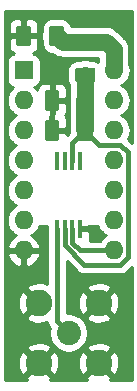
<source format=gbr>
G04 #@! TF.GenerationSoftware,KiCad,Pcbnew,(5.1.4)-1*
G04 #@! TF.CreationDate,2019-08-19T16:22:37-04:00*
G04 #@! TF.ProjectId,clock_buffer,636c6f63-6b5f-4627-9566-6665722e6b69,rev?*
G04 #@! TF.SameCoordinates,Original*
G04 #@! TF.FileFunction,Copper,L1,Top*
G04 #@! TF.FilePolarity,Positive*
%FSLAX46Y46*%
G04 Gerber Fmt 4.6, Leading zero omitted, Abs format (unit mm)*
G04 Created by KiCad (PCBNEW (5.1.4)-1) date 2019-08-19 16:22:37*
%MOMM*%
%LPD*%
G04 APERTURE LIST*
%ADD10R,0.410000X1.570000*%
%ADD11C,0.100000*%
%ADD12C,1.250000*%
%ADD13O,1.600000X1.600000*%
%ADD14R,1.600000X1.600000*%
%ADD15C,2.250000*%
%ADD16C,2.050000*%
%ADD17C,0.800000*%
%ADD18C,1.400000*%
%ADD19C,0.400000*%
%ADD20C,1.500000*%
%ADD21C,0.254000*%
G04 APERTURE END LIST*
D10*
X149139000Y-103556000D03*
X149789000Y-103556000D03*
X150439000Y-103556000D03*
X151089000Y-103556000D03*
X151089000Y-109296000D03*
X150439000Y-109296000D03*
X149789000Y-109296000D03*
X149139000Y-109296000D03*
D11*
G36*
X152160504Y-95648204D02*
G01*
X152184773Y-95651804D01*
X152208571Y-95657765D01*
X152231671Y-95666030D01*
X152253849Y-95676520D01*
X152274893Y-95689133D01*
X152294598Y-95703747D01*
X152312777Y-95720223D01*
X152329253Y-95738402D01*
X152343867Y-95758107D01*
X152356480Y-95779151D01*
X152366970Y-95801329D01*
X152375235Y-95824429D01*
X152381196Y-95848227D01*
X152384796Y-95872496D01*
X152386000Y-95897000D01*
X152386000Y-96647000D01*
X152384796Y-96671504D01*
X152381196Y-96695773D01*
X152375235Y-96719571D01*
X152366970Y-96742671D01*
X152356480Y-96764849D01*
X152343867Y-96785893D01*
X152329253Y-96805598D01*
X152312777Y-96823777D01*
X152294598Y-96840253D01*
X152274893Y-96854867D01*
X152253849Y-96867480D01*
X152231671Y-96877970D01*
X152208571Y-96886235D01*
X152184773Y-96892196D01*
X152160504Y-96895796D01*
X152136000Y-96897000D01*
X150886000Y-96897000D01*
X150861496Y-96895796D01*
X150837227Y-96892196D01*
X150813429Y-96886235D01*
X150790329Y-96877970D01*
X150768151Y-96867480D01*
X150747107Y-96854867D01*
X150727402Y-96840253D01*
X150709223Y-96823777D01*
X150692747Y-96805598D01*
X150678133Y-96785893D01*
X150665520Y-96764849D01*
X150655030Y-96742671D01*
X150646765Y-96719571D01*
X150640804Y-96695773D01*
X150637204Y-96671504D01*
X150636000Y-96647000D01*
X150636000Y-95897000D01*
X150637204Y-95872496D01*
X150640804Y-95848227D01*
X150646765Y-95824429D01*
X150655030Y-95801329D01*
X150665520Y-95779151D01*
X150678133Y-95758107D01*
X150692747Y-95738402D01*
X150709223Y-95720223D01*
X150727402Y-95703747D01*
X150747107Y-95689133D01*
X150768151Y-95676520D01*
X150790329Y-95666030D01*
X150813429Y-95657765D01*
X150837227Y-95651804D01*
X150861496Y-95648204D01*
X150886000Y-95647000D01*
X152136000Y-95647000D01*
X152160504Y-95648204D01*
X152160504Y-95648204D01*
G37*
D12*
X151511000Y-96272000D03*
D11*
G36*
X152160504Y-92848204D02*
G01*
X152184773Y-92851804D01*
X152208571Y-92857765D01*
X152231671Y-92866030D01*
X152253849Y-92876520D01*
X152274893Y-92889133D01*
X152294598Y-92903747D01*
X152312777Y-92920223D01*
X152329253Y-92938402D01*
X152343867Y-92958107D01*
X152356480Y-92979151D01*
X152366970Y-93001329D01*
X152375235Y-93024429D01*
X152381196Y-93048227D01*
X152384796Y-93072496D01*
X152386000Y-93097000D01*
X152386000Y-93847000D01*
X152384796Y-93871504D01*
X152381196Y-93895773D01*
X152375235Y-93919571D01*
X152366970Y-93942671D01*
X152356480Y-93964849D01*
X152343867Y-93985893D01*
X152329253Y-94005598D01*
X152312777Y-94023777D01*
X152294598Y-94040253D01*
X152274893Y-94054867D01*
X152253849Y-94067480D01*
X152231671Y-94077970D01*
X152208571Y-94086235D01*
X152184773Y-94092196D01*
X152160504Y-94095796D01*
X152136000Y-94097000D01*
X150886000Y-94097000D01*
X150861496Y-94095796D01*
X150837227Y-94092196D01*
X150813429Y-94086235D01*
X150790329Y-94077970D01*
X150768151Y-94067480D01*
X150747107Y-94054867D01*
X150727402Y-94040253D01*
X150709223Y-94023777D01*
X150692747Y-94005598D01*
X150678133Y-93985893D01*
X150665520Y-93964849D01*
X150655030Y-93942671D01*
X150646765Y-93919571D01*
X150640804Y-93895773D01*
X150637204Y-93871504D01*
X150636000Y-93847000D01*
X150636000Y-93097000D01*
X150637204Y-93072496D01*
X150640804Y-93048227D01*
X150646765Y-93024429D01*
X150655030Y-93001329D01*
X150665520Y-92979151D01*
X150678133Y-92958107D01*
X150692747Y-92938402D01*
X150709223Y-92920223D01*
X150727402Y-92903747D01*
X150747107Y-92889133D01*
X150768151Y-92876520D01*
X150790329Y-92866030D01*
X150813429Y-92857765D01*
X150837227Y-92851804D01*
X150861496Y-92848204D01*
X150886000Y-92847000D01*
X152136000Y-92847000D01*
X152160504Y-92848204D01*
X152160504Y-92848204D01*
G37*
D12*
X151511000Y-93472000D03*
D13*
X153924000Y-95885000D03*
X146304000Y-111125000D03*
X153924000Y-98425000D03*
X146304000Y-108585000D03*
X153924000Y-100965000D03*
X146304000Y-106045000D03*
X153924000Y-103505000D03*
X146304000Y-103505000D03*
X153924000Y-106045000D03*
X146304000Y-100965000D03*
X153924000Y-108585000D03*
X146304000Y-98425000D03*
X153924000Y-111125000D03*
D14*
X146304000Y-95885000D03*
D15*
X147574000Y-120650000D03*
X147574000Y-115570000D03*
X152654000Y-115570000D03*
X152654000Y-120650000D03*
D16*
X150114000Y-118110000D03*
D11*
G36*
X149110504Y-100091204D02*
G01*
X149134773Y-100094804D01*
X149158571Y-100100765D01*
X149181671Y-100109030D01*
X149203849Y-100119520D01*
X149224893Y-100132133D01*
X149244598Y-100146747D01*
X149262777Y-100163223D01*
X149279253Y-100181402D01*
X149293867Y-100201107D01*
X149306480Y-100222151D01*
X149316970Y-100244329D01*
X149325235Y-100267429D01*
X149331196Y-100291227D01*
X149334796Y-100315496D01*
X149336000Y-100340000D01*
X149336000Y-101590000D01*
X149334796Y-101614504D01*
X149331196Y-101638773D01*
X149325235Y-101662571D01*
X149316970Y-101685671D01*
X149306480Y-101707849D01*
X149293867Y-101728893D01*
X149279253Y-101748598D01*
X149262777Y-101766777D01*
X149244598Y-101783253D01*
X149224893Y-101797867D01*
X149203849Y-101810480D01*
X149181671Y-101820970D01*
X149158571Y-101829235D01*
X149134773Y-101835196D01*
X149110504Y-101838796D01*
X149086000Y-101840000D01*
X148336000Y-101840000D01*
X148311496Y-101838796D01*
X148287227Y-101835196D01*
X148263429Y-101829235D01*
X148240329Y-101820970D01*
X148218151Y-101810480D01*
X148197107Y-101797867D01*
X148177402Y-101783253D01*
X148159223Y-101766777D01*
X148142747Y-101748598D01*
X148128133Y-101728893D01*
X148115520Y-101707849D01*
X148105030Y-101685671D01*
X148096765Y-101662571D01*
X148090804Y-101638773D01*
X148087204Y-101614504D01*
X148086000Y-101590000D01*
X148086000Y-100340000D01*
X148087204Y-100315496D01*
X148090804Y-100291227D01*
X148096765Y-100267429D01*
X148105030Y-100244329D01*
X148115520Y-100222151D01*
X148128133Y-100201107D01*
X148142747Y-100181402D01*
X148159223Y-100163223D01*
X148177402Y-100146747D01*
X148197107Y-100132133D01*
X148218151Y-100119520D01*
X148240329Y-100109030D01*
X148263429Y-100100765D01*
X148287227Y-100094804D01*
X148311496Y-100091204D01*
X148336000Y-100090000D01*
X149086000Y-100090000D01*
X149110504Y-100091204D01*
X149110504Y-100091204D01*
G37*
D12*
X148711000Y-100965000D03*
D11*
G36*
X151910504Y-100091204D02*
G01*
X151934773Y-100094804D01*
X151958571Y-100100765D01*
X151981671Y-100109030D01*
X152003849Y-100119520D01*
X152024893Y-100132133D01*
X152044598Y-100146747D01*
X152062777Y-100163223D01*
X152079253Y-100181402D01*
X152093867Y-100201107D01*
X152106480Y-100222151D01*
X152116970Y-100244329D01*
X152125235Y-100267429D01*
X152131196Y-100291227D01*
X152134796Y-100315496D01*
X152136000Y-100340000D01*
X152136000Y-101590000D01*
X152134796Y-101614504D01*
X152131196Y-101638773D01*
X152125235Y-101662571D01*
X152116970Y-101685671D01*
X152106480Y-101707849D01*
X152093867Y-101728893D01*
X152079253Y-101748598D01*
X152062777Y-101766777D01*
X152044598Y-101783253D01*
X152024893Y-101797867D01*
X152003849Y-101810480D01*
X151981671Y-101820970D01*
X151958571Y-101829235D01*
X151934773Y-101835196D01*
X151910504Y-101838796D01*
X151886000Y-101840000D01*
X151136000Y-101840000D01*
X151111496Y-101838796D01*
X151087227Y-101835196D01*
X151063429Y-101829235D01*
X151040329Y-101820970D01*
X151018151Y-101810480D01*
X150997107Y-101797867D01*
X150977402Y-101783253D01*
X150959223Y-101766777D01*
X150942747Y-101748598D01*
X150928133Y-101728893D01*
X150915520Y-101707849D01*
X150905030Y-101685671D01*
X150896765Y-101662571D01*
X150890804Y-101638773D01*
X150887204Y-101614504D01*
X150886000Y-101590000D01*
X150886000Y-100340000D01*
X150887204Y-100315496D01*
X150890804Y-100291227D01*
X150896765Y-100267429D01*
X150905030Y-100244329D01*
X150915520Y-100222151D01*
X150928133Y-100201107D01*
X150942747Y-100181402D01*
X150959223Y-100163223D01*
X150977402Y-100146747D01*
X150997107Y-100132133D01*
X151018151Y-100119520D01*
X151040329Y-100109030D01*
X151063429Y-100100765D01*
X151087227Y-100094804D01*
X151111496Y-100091204D01*
X151136000Y-100090000D01*
X151886000Y-100090000D01*
X151910504Y-100091204D01*
X151910504Y-100091204D01*
G37*
D12*
X151511000Y-100965000D03*
D11*
G36*
X149116504Y-97551204D02*
G01*
X149140773Y-97554804D01*
X149164571Y-97560765D01*
X149187671Y-97569030D01*
X149209849Y-97579520D01*
X149230893Y-97592133D01*
X149250598Y-97606747D01*
X149268777Y-97623223D01*
X149285253Y-97641402D01*
X149299867Y-97661107D01*
X149312480Y-97682151D01*
X149322970Y-97704329D01*
X149331235Y-97727429D01*
X149337196Y-97751227D01*
X149340796Y-97775496D01*
X149342000Y-97800000D01*
X149342000Y-99050000D01*
X149340796Y-99074504D01*
X149337196Y-99098773D01*
X149331235Y-99122571D01*
X149322970Y-99145671D01*
X149312480Y-99167849D01*
X149299867Y-99188893D01*
X149285253Y-99208598D01*
X149268777Y-99226777D01*
X149250598Y-99243253D01*
X149230893Y-99257867D01*
X149209849Y-99270480D01*
X149187671Y-99280970D01*
X149164571Y-99289235D01*
X149140773Y-99295196D01*
X149116504Y-99298796D01*
X149092000Y-99300000D01*
X148342000Y-99300000D01*
X148317496Y-99298796D01*
X148293227Y-99295196D01*
X148269429Y-99289235D01*
X148246329Y-99280970D01*
X148224151Y-99270480D01*
X148203107Y-99257867D01*
X148183402Y-99243253D01*
X148165223Y-99226777D01*
X148148747Y-99208598D01*
X148134133Y-99188893D01*
X148121520Y-99167849D01*
X148111030Y-99145671D01*
X148102765Y-99122571D01*
X148096804Y-99098773D01*
X148093204Y-99074504D01*
X148092000Y-99050000D01*
X148092000Y-97800000D01*
X148093204Y-97775496D01*
X148096804Y-97751227D01*
X148102765Y-97727429D01*
X148111030Y-97704329D01*
X148121520Y-97682151D01*
X148134133Y-97661107D01*
X148148747Y-97641402D01*
X148165223Y-97623223D01*
X148183402Y-97606747D01*
X148203107Y-97592133D01*
X148224151Y-97579520D01*
X148246329Y-97569030D01*
X148269429Y-97560765D01*
X148293227Y-97554804D01*
X148317496Y-97551204D01*
X148342000Y-97550000D01*
X149092000Y-97550000D01*
X149116504Y-97551204D01*
X149116504Y-97551204D01*
G37*
D12*
X148717000Y-98425000D03*
D11*
G36*
X151916504Y-97551204D02*
G01*
X151940773Y-97554804D01*
X151964571Y-97560765D01*
X151987671Y-97569030D01*
X152009849Y-97579520D01*
X152030893Y-97592133D01*
X152050598Y-97606747D01*
X152068777Y-97623223D01*
X152085253Y-97641402D01*
X152099867Y-97661107D01*
X152112480Y-97682151D01*
X152122970Y-97704329D01*
X152131235Y-97727429D01*
X152137196Y-97751227D01*
X152140796Y-97775496D01*
X152142000Y-97800000D01*
X152142000Y-99050000D01*
X152140796Y-99074504D01*
X152137196Y-99098773D01*
X152131235Y-99122571D01*
X152122970Y-99145671D01*
X152112480Y-99167849D01*
X152099867Y-99188893D01*
X152085253Y-99208598D01*
X152068777Y-99226777D01*
X152050598Y-99243253D01*
X152030893Y-99257867D01*
X152009849Y-99270480D01*
X151987671Y-99280970D01*
X151964571Y-99289235D01*
X151940773Y-99295196D01*
X151916504Y-99298796D01*
X151892000Y-99300000D01*
X151142000Y-99300000D01*
X151117496Y-99298796D01*
X151093227Y-99295196D01*
X151069429Y-99289235D01*
X151046329Y-99280970D01*
X151024151Y-99270480D01*
X151003107Y-99257867D01*
X150983402Y-99243253D01*
X150965223Y-99226777D01*
X150948747Y-99208598D01*
X150934133Y-99188893D01*
X150921520Y-99167849D01*
X150911030Y-99145671D01*
X150902765Y-99122571D01*
X150896804Y-99098773D01*
X150893204Y-99074504D01*
X150892000Y-99050000D01*
X150892000Y-97800000D01*
X150893204Y-97775496D01*
X150896804Y-97751227D01*
X150902765Y-97727429D01*
X150911030Y-97704329D01*
X150921520Y-97682151D01*
X150934133Y-97661107D01*
X150948747Y-97641402D01*
X150965223Y-97623223D01*
X150983402Y-97606747D01*
X151003107Y-97592133D01*
X151024151Y-97579520D01*
X151046329Y-97569030D01*
X151069429Y-97560765D01*
X151093227Y-97554804D01*
X151117496Y-97551204D01*
X151142000Y-97550000D01*
X151892000Y-97550000D01*
X151916504Y-97551204D01*
X151916504Y-97551204D01*
G37*
D12*
X151517000Y-98425000D03*
D11*
G36*
X146703504Y-92090204D02*
G01*
X146727773Y-92093804D01*
X146751571Y-92099765D01*
X146774671Y-92108030D01*
X146796849Y-92118520D01*
X146817893Y-92131133D01*
X146837598Y-92145747D01*
X146855777Y-92162223D01*
X146872253Y-92180402D01*
X146886867Y-92200107D01*
X146899480Y-92221151D01*
X146909970Y-92243329D01*
X146918235Y-92266429D01*
X146924196Y-92290227D01*
X146927796Y-92314496D01*
X146929000Y-92339000D01*
X146929000Y-93589000D01*
X146927796Y-93613504D01*
X146924196Y-93637773D01*
X146918235Y-93661571D01*
X146909970Y-93684671D01*
X146899480Y-93706849D01*
X146886867Y-93727893D01*
X146872253Y-93747598D01*
X146855777Y-93765777D01*
X146837598Y-93782253D01*
X146817893Y-93796867D01*
X146796849Y-93809480D01*
X146774671Y-93819970D01*
X146751571Y-93828235D01*
X146727773Y-93834196D01*
X146703504Y-93837796D01*
X146679000Y-93839000D01*
X145929000Y-93839000D01*
X145904496Y-93837796D01*
X145880227Y-93834196D01*
X145856429Y-93828235D01*
X145833329Y-93819970D01*
X145811151Y-93809480D01*
X145790107Y-93796867D01*
X145770402Y-93782253D01*
X145752223Y-93765777D01*
X145735747Y-93747598D01*
X145721133Y-93727893D01*
X145708520Y-93706849D01*
X145698030Y-93684671D01*
X145689765Y-93661571D01*
X145683804Y-93637773D01*
X145680204Y-93613504D01*
X145679000Y-93589000D01*
X145679000Y-92339000D01*
X145680204Y-92314496D01*
X145683804Y-92290227D01*
X145689765Y-92266429D01*
X145698030Y-92243329D01*
X145708520Y-92221151D01*
X145721133Y-92200107D01*
X145735747Y-92180402D01*
X145752223Y-92162223D01*
X145770402Y-92145747D01*
X145790107Y-92131133D01*
X145811151Y-92118520D01*
X145833329Y-92108030D01*
X145856429Y-92099765D01*
X145880227Y-92093804D01*
X145904496Y-92090204D01*
X145929000Y-92089000D01*
X146679000Y-92089000D01*
X146703504Y-92090204D01*
X146703504Y-92090204D01*
G37*
D12*
X146304000Y-92964000D03*
D11*
G36*
X149503504Y-92090204D02*
G01*
X149527773Y-92093804D01*
X149551571Y-92099765D01*
X149574671Y-92108030D01*
X149596849Y-92118520D01*
X149617893Y-92131133D01*
X149637598Y-92145747D01*
X149655777Y-92162223D01*
X149672253Y-92180402D01*
X149686867Y-92200107D01*
X149699480Y-92221151D01*
X149709970Y-92243329D01*
X149718235Y-92266429D01*
X149724196Y-92290227D01*
X149727796Y-92314496D01*
X149729000Y-92339000D01*
X149729000Y-93589000D01*
X149727796Y-93613504D01*
X149724196Y-93637773D01*
X149718235Y-93661571D01*
X149709970Y-93684671D01*
X149699480Y-93706849D01*
X149686867Y-93727893D01*
X149672253Y-93747598D01*
X149655777Y-93765777D01*
X149637598Y-93782253D01*
X149617893Y-93796867D01*
X149596849Y-93809480D01*
X149574671Y-93819970D01*
X149551571Y-93828235D01*
X149527773Y-93834196D01*
X149503504Y-93837796D01*
X149479000Y-93839000D01*
X148729000Y-93839000D01*
X148704496Y-93837796D01*
X148680227Y-93834196D01*
X148656429Y-93828235D01*
X148633329Y-93819970D01*
X148611151Y-93809480D01*
X148590107Y-93796867D01*
X148570402Y-93782253D01*
X148552223Y-93765777D01*
X148535747Y-93747598D01*
X148521133Y-93727893D01*
X148508520Y-93706849D01*
X148498030Y-93684671D01*
X148489765Y-93661571D01*
X148483804Y-93637773D01*
X148480204Y-93613504D01*
X148479000Y-93589000D01*
X148479000Y-92339000D01*
X148480204Y-92314496D01*
X148483804Y-92290227D01*
X148489765Y-92266429D01*
X148498030Y-92243329D01*
X148508520Y-92221151D01*
X148521133Y-92200107D01*
X148535747Y-92180402D01*
X148552223Y-92162223D01*
X148570402Y-92145747D01*
X148590107Y-92131133D01*
X148611151Y-92118520D01*
X148633329Y-92108030D01*
X148656429Y-92099765D01*
X148680227Y-92093804D01*
X148704496Y-92090204D01*
X148729000Y-92089000D01*
X149479000Y-92089000D01*
X149503504Y-92090204D01*
X149503504Y-92090204D01*
G37*
D12*
X149104000Y-92964000D03*
D17*
X152400000Y-109728000D03*
D18*
X149612000Y-93472000D02*
X149104000Y-92964000D01*
X151511000Y-93472000D02*
X149612000Y-93472000D01*
X151511000Y-93472000D02*
X153289000Y-93472000D01*
X153924000Y-94107000D02*
X153924000Y-95885000D01*
X153289000Y-93472000D02*
X153924000Y-94107000D01*
D19*
X150439000Y-102037000D02*
X151511000Y-100965000D01*
X150439000Y-103556000D02*
X150439000Y-102037000D01*
D20*
X151511000Y-98431000D02*
X151517000Y-98425000D01*
X151511000Y-100965000D02*
X151511000Y-98431000D01*
D18*
X151517000Y-96278000D02*
X151511000Y-96272000D01*
X151517000Y-98425000D02*
X151517000Y-96278000D01*
D19*
X152206710Y-101660710D02*
X151511000Y-100965000D01*
X152711001Y-102165001D02*
X152206710Y-101660710D01*
X154500001Y-102165001D02*
X152711001Y-102165001D01*
X155124001Y-102789001D02*
X154500001Y-102165001D01*
X155124001Y-111701001D02*
X155124001Y-102789001D01*
X154500001Y-112325001D02*
X155124001Y-111701001D01*
X151434459Y-112325001D02*
X154500001Y-112325001D01*
X149789000Y-110679542D02*
X151434459Y-112325001D01*
X149789000Y-109296000D02*
X149789000Y-110679542D01*
X149139000Y-117135000D02*
X150114000Y-118110000D01*
X149139000Y-109296000D02*
X149139000Y-117135000D01*
X152792630Y-111125000D02*
X153924000Y-111125000D01*
X151083000Y-111125000D02*
X152792630Y-111125000D01*
X150439000Y-110481000D02*
X151083000Y-111125000D01*
X150439000Y-109296000D02*
X150439000Y-110481000D01*
D21*
G36*
X155515000Y-101999133D02*
G01*
X155178329Y-101662461D01*
X155256182Y-101516808D01*
X155338236Y-101246309D01*
X155365943Y-100965000D01*
X155338236Y-100683691D01*
X155256182Y-100413192D01*
X155122932Y-100163899D01*
X154943608Y-99945392D01*
X154725101Y-99766068D01*
X154592142Y-99695000D01*
X154725101Y-99623932D01*
X154943608Y-99444608D01*
X155122932Y-99226101D01*
X155256182Y-98976808D01*
X155338236Y-98706309D01*
X155365943Y-98425000D01*
X155338236Y-98143691D01*
X155256182Y-97873192D01*
X155122932Y-97623899D01*
X154943608Y-97405392D01*
X154725101Y-97226068D01*
X154592142Y-97155000D01*
X154725101Y-97083932D01*
X154943608Y-96904608D01*
X155122932Y-96686101D01*
X155256182Y-96436808D01*
X155338236Y-96166309D01*
X155365943Y-95885000D01*
X155338236Y-95603691D01*
X155259000Y-95342482D01*
X155259000Y-94172579D01*
X155265459Y-94107000D01*
X155247913Y-93928850D01*
X155239683Y-93845294D01*
X155198422Y-93709274D01*
X155163347Y-93593645D01*
X155101187Y-93477354D01*
X155039382Y-93361725D01*
X154872555Y-93158445D01*
X154821609Y-93116635D01*
X154279366Y-92574392D01*
X154237555Y-92523445D01*
X154034275Y-92356618D01*
X153802354Y-92232653D01*
X153550706Y-92156317D01*
X153354579Y-92137000D01*
X153289000Y-92130541D01*
X153223421Y-92137000D01*
X150341288Y-92137000D01*
X150299472Y-91999150D01*
X150217405Y-91845614D01*
X150106962Y-91711038D01*
X149972386Y-91600595D01*
X149818850Y-91518528D01*
X149652254Y-91467992D01*
X149479000Y-91450928D01*
X148729000Y-91450928D01*
X148555746Y-91467992D01*
X148389150Y-91518528D01*
X148235614Y-91600595D01*
X148101038Y-91711038D01*
X147990595Y-91845614D01*
X147908528Y-91999150D01*
X147857992Y-92165746D01*
X147840928Y-92339000D01*
X147840928Y-92528860D01*
X147788317Y-92702295D01*
X147762541Y-92964000D01*
X147788317Y-93225705D01*
X147840928Y-93399140D01*
X147840928Y-93589000D01*
X147857992Y-93762254D01*
X147908528Y-93928850D01*
X147990595Y-94082386D01*
X148101038Y-94216962D01*
X148235614Y-94327405D01*
X148389150Y-94409472D01*
X148555746Y-94460008D01*
X148729000Y-94477072D01*
X148732311Y-94477072D01*
X148866725Y-94587382D01*
X149098646Y-94711347D01*
X149350294Y-94787683D01*
X149546421Y-94807000D01*
X149546431Y-94807000D01*
X149611999Y-94813458D01*
X149677567Y-94807000D01*
X152589000Y-94807000D01*
X152589000Y-95137008D01*
X152475850Y-95076528D01*
X152309254Y-95025992D01*
X152136000Y-95008928D01*
X151946140Y-95008928D01*
X151772705Y-94956317D01*
X151511000Y-94930541D01*
X151249295Y-94956317D01*
X151075860Y-95008928D01*
X150886000Y-95008928D01*
X150712746Y-95025992D01*
X150546150Y-95076528D01*
X150392614Y-95158595D01*
X150258038Y-95269038D01*
X150147595Y-95403614D01*
X150065528Y-95557150D01*
X150014992Y-95723746D01*
X149997928Y-95897000D01*
X149997928Y-96647000D01*
X150014992Y-96820254D01*
X150065528Y-96986850D01*
X150147595Y-97140386D01*
X150182001Y-97182310D01*
X150182000Y-98040949D01*
X150146040Y-98159493D01*
X150119300Y-98431000D01*
X150126001Y-98499039D01*
X150126000Y-101033036D01*
X150138202Y-101156930D01*
X149971381Y-101323752D01*
X149971000Y-101250750D01*
X149812250Y-101092000D01*
X148838000Y-101092000D01*
X148838000Y-101112000D01*
X148584000Y-101112000D01*
X148584000Y-101092000D01*
X148564000Y-101092000D01*
X148564000Y-100838000D01*
X148584000Y-100838000D01*
X148584000Y-99782250D01*
X148590000Y-99776250D01*
X148590000Y-99613750D01*
X148838000Y-99613750D01*
X148838000Y-100838000D01*
X149812250Y-100838000D01*
X149971000Y-100679250D01*
X149974072Y-100090000D01*
X149961812Y-99965518D01*
X149925502Y-99845820D01*
X149866537Y-99735506D01*
X149836295Y-99698656D01*
X149872537Y-99654494D01*
X149931502Y-99544180D01*
X149967812Y-99424482D01*
X149980072Y-99300000D01*
X149977000Y-98710750D01*
X149818250Y-98552000D01*
X148844000Y-98552000D01*
X148844000Y-99607750D01*
X148838000Y-99613750D01*
X148590000Y-99613750D01*
X148590000Y-98552000D01*
X148570000Y-98552000D01*
X148570000Y-98298000D01*
X148590000Y-98298000D01*
X148590000Y-97073750D01*
X148844000Y-97073750D01*
X148844000Y-98298000D01*
X149818250Y-98298000D01*
X149977000Y-98139250D01*
X149980072Y-97550000D01*
X149967812Y-97425518D01*
X149931502Y-97305820D01*
X149872537Y-97195506D01*
X149793185Y-97098815D01*
X149696494Y-97019463D01*
X149586180Y-96960498D01*
X149466482Y-96924188D01*
X149342000Y-96911928D01*
X149002750Y-96915000D01*
X148844000Y-97073750D01*
X148590000Y-97073750D01*
X148431250Y-96915000D01*
X148092000Y-96911928D01*
X147967518Y-96924188D01*
X147847820Y-96960498D01*
X147737506Y-97019463D01*
X147640815Y-97098815D01*
X147561463Y-97195506D01*
X147502498Y-97305820D01*
X147466188Y-97425518D01*
X147453928Y-97550000D01*
X147454002Y-97564278D01*
X147323608Y-97405392D01*
X147210518Y-97312581D01*
X147228482Y-97310812D01*
X147348180Y-97274502D01*
X147458494Y-97215537D01*
X147555185Y-97136185D01*
X147634537Y-97039494D01*
X147693502Y-96929180D01*
X147729812Y-96809482D01*
X147742072Y-96685000D01*
X147742072Y-95085000D01*
X147729812Y-94960518D01*
X147693502Y-94840820D01*
X147634537Y-94730506D01*
X147555185Y-94633815D01*
X147458494Y-94554463D01*
X147348180Y-94495498D01*
X147228482Y-94459188D01*
X147110370Y-94447555D01*
X147173180Y-94428502D01*
X147283494Y-94369537D01*
X147380185Y-94290185D01*
X147459537Y-94193494D01*
X147518502Y-94083180D01*
X147554812Y-93963482D01*
X147567072Y-93839000D01*
X147564000Y-93249750D01*
X147405250Y-93091000D01*
X146431000Y-93091000D01*
X146431000Y-93111000D01*
X146177000Y-93111000D01*
X146177000Y-93091000D01*
X145202750Y-93091000D01*
X145044000Y-93249750D01*
X145040928Y-93839000D01*
X145053188Y-93963482D01*
X145089498Y-94083180D01*
X145148463Y-94193494D01*
X145227815Y-94290185D01*
X145324506Y-94369537D01*
X145434820Y-94428502D01*
X145497630Y-94447555D01*
X145379518Y-94459188D01*
X145259820Y-94495498D01*
X145149506Y-94554463D01*
X145052815Y-94633815D01*
X144973463Y-94730506D01*
X144914498Y-94840820D01*
X144878188Y-94960518D01*
X144865928Y-95085000D01*
X144865928Y-96685000D01*
X144878188Y-96809482D01*
X144914498Y-96929180D01*
X144973463Y-97039494D01*
X145052815Y-97136185D01*
X145149506Y-97215537D01*
X145259820Y-97274502D01*
X145379518Y-97310812D01*
X145397482Y-97312581D01*
X145284392Y-97405392D01*
X145105068Y-97623899D01*
X144971818Y-97873192D01*
X144889764Y-98143691D01*
X144862057Y-98425000D01*
X144889764Y-98706309D01*
X144971818Y-98976808D01*
X145105068Y-99226101D01*
X145284392Y-99444608D01*
X145502899Y-99623932D01*
X145635858Y-99695000D01*
X145502899Y-99766068D01*
X145284392Y-99945392D01*
X145105068Y-100163899D01*
X144971818Y-100413192D01*
X144889764Y-100683691D01*
X144862057Y-100965000D01*
X144889764Y-101246309D01*
X144971818Y-101516808D01*
X145105068Y-101766101D01*
X145284392Y-101984608D01*
X145502899Y-102163932D01*
X145635858Y-102235000D01*
X145502899Y-102306068D01*
X145284392Y-102485392D01*
X145105068Y-102703899D01*
X144971818Y-102953192D01*
X144889764Y-103223691D01*
X144862057Y-103505000D01*
X144889764Y-103786309D01*
X144971818Y-104056808D01*
X145105068Y-104306101D01*
X145284392Y-104524608D01*
X145502899Y-104703932D01*
X145635858Y-104775000D01*
X145502899Y-104846068D01*
X145284392Y-105025392D01*
X145105068Y-105243899D01*
X144971818Y-105493192D01*
X144889764Y-105763691D01*
X144862057Y-106045000D01*
X144889764Y-106326309D01*
X144971818Y-106596808D01*
X145105068Y-106846101D01*
X145284392Y-107064608D01*
X145502899Y-107243932D01*
X145635858Y-107315000D01*
X145502899Y-107386068D01*
X145284392Y-107565392D01*
X145105068Y-107783899D01*
X144971818Y-108033192D01*
X144889764Y-108303691D01*
X144862057Y-108585000D01*
X144889764Y-108866309D01*
X144971818Y-109136808D01*
X145105068Y-109386101D01*
X145284392Y-109604608D01*
X145502899Y-109783932D01*
X145640682Y-109857579D01*
X145448869Y-109972615D01*
X145240481Y-110161586D01*
X145072963Y-110387580D01*
X144952754Y-110641913D01*
X144912096Y-110775961D01*
X145034085Y-110998000D01*
X146177000Y-110998000D01*
X146177000Y-110978000D01*
X146431000Y-110978000D01*
X146431000Y-110998000D01*
X147573915Y-110998000D01*
X147695904Y-110775961D01*
X147655246Y-110641913D01*
X147535037Y-110387580D01*
X147367519Y-110161586D01*
X147159131Y-109972615D01*
X146967318Y-109857579D01*
X147105101Y-109783932D01*
X147323608Y-109604608D01*
X147502932Y-109386101D01*
X147636182Y-109136808D01*
X147649471Y-109093000D01*
X148295928Y-109093000D01*
X148295928Y-110081000D01*
X148304000Y-110162960D01*
X148304001Y-113967615D01*
X148197160Y-113914911D01*
X147862295Y-113825140D01*
X147516350Y-113802424D01*
X147172620Y-113847634D01*
X146844315Y-113959034D01*
X146639921Y-114068286D01*
X146529074Y-114345469D01*
X147574000Y-115390395D01*
X147588143Y-115376253D01*
X147767748Y-115555858D01*
X147753605Y-115570000D01*
X147767748Y-115584143D01*
X147588143Y-115763748D01*
X147574000Y-115749605D01*
X146529074Y-116794531D01*
X146639921Y-117071714D01*
X146950840Y-117225089D01*
X147285705Y-117314860D01*
X147631650Y-117337576D01*
X147975380Y-117292366D01*
X148303685Y-117180966D01*
X148304447Y-117180559D01*
X148316082Y-117298688D01*
X148363828Y-117456086D01*
X148363829Y-117456087D01*
X148441365Y-117601146D01*
X148506829Y-117680915D01*
X148454000Y-117946504D01*
X148454000Y-118273496D01*
X148517793Y-118594204D01*
X148642927Y-118896305D01*
X148824594Y-119168188D01*
X149055812Y-119399406D01*
X149327695Y-119581073D01*
X149629796Y-119706207D01*
X149950504Y-119770000D01*
X150277496Y-119770000D01*
X150598204Y-119706207D01*
X150900305Y-119581073D01*
X151133182Y-119425469D01*
X151609074Y-119425469D01*
X152654000Y-120470395D01*
X153698926Y-119425469D01*
X153588079Y-119148286D01*
X153277160Y-118994911D01*
X152942295Y-118905140D01*
X152596350Y-118882424D01*
X152252620Y-118927634D01*
X151924315Y-119039034D01*
X151719921Y-119148286D01*
X151609074Y-119425469D01*
X151133182Y-119425469D01*
X151172188Y-119399406D01*
X151403406Y-119168188D01*
X151585073Y-118896305D01*
X151710207Y-118594204D01*
X151774000Y-118273496D01*
X151774000Y-117946504D01*
X151710207Y-117625796D01*
X151585073Y-117323695D01*
X151403406Y-117051812D01*
X151172188Y-116820594D01*
X151133183Y-116794531D01*
X151609074Y-116794531D01*
X151719921Y-117071714D01*
X152030840Y-117225089D01*
X152365705Y-117314860D01*
X152711650Y-117337576D01*
X153055380Y-117292366D01*
X153383685Y-117180966D01*
X153588079Y-117071714D01*
X153698926Y-116794531D01*
X152654000Y-115749605D01*
X151609074Y-116794531D01*
X151133183Y-116794531D01*
X150900305Y-116638927D01*
X150598204Y-116513793D01*
X150277496Y-116450000D01*
X149974000Y-116450000D01*
X149974000Y-115627650D01*
X150886424Y-115627650D01*
X150931634Y-115971380D01*
X151043034Y-116299685D01*
X151152286Y-116504079D01*
X151429469Y-116614926D01*
X152474395Y-115570000D01*
X152833605Y-115570000D01*
X153878531Y-116614926D01*
X154155714Y-116504079D01*
X154309089Y-116193160D01*
X154398860Y-115858295D01*
X154421576Y-115512350D01*
X154376366Y-115168620D01*
X154264966Y-114840315D01*
X154155714Y-114635921D01*
X153878531Y-114525074D01*
X152833605Y-115570000D01*
X152474395Y-115570000D01*
X151429469Y-114525074D01*
X151152286Y-114635921D01*
X150998911Y-114946840D01*
X150909140Y-115281705D01*
X150886424Y-115627650D01*
X149974000Y-115627650D01*
X149974000Y-114345469D01*
X151609074Y-114345469D01*
X152654000Y-115390395D01*
X153698926Y-114345469D01*
X153588079Y-114068286D01*
X153277160Y-113914911D01*
X152942295Y-113825140D01*
X152596350Y-113802424D01*
X152252620Y-113847634D01*
X151924315Y-113959034D01*
X151719921Y-114068286D01*
X151609074Y-114345469D01*
X149974000Y-114345469D01*
X149974000Y-112045409D01*
X150815018Y-112886427D01*
X150841168Y-112918292D01*
X150968313Y-113022637D01*
X151113372Y-113100173D01*
X151270770Y-113147919D01*
X151393440Y-113160001D01*
X151393450Y-113160001D01*
X151434458Y-113164040D01*
X151475466Y-113160001D01*
X154458983Y-113160001D01*
X154500001Y-113164041D01*
X154541019Y-113160001D01*
X154541020Y-113160001D01*
X154663690Y-113147919D01*
X154821088Y-113100173D01*
X154966147Y-113022637D01*
X155093292Y-112918292D01*
X155119447Y-112886423D01*
X155515001Y-112490869D01*
X155515001Y-122114000D01*
X153603161Y-122114000D01*
X153698926Y-121874531D01*
X152654000Y-120829605D01*
X151609074Y-121874531D01*
X151704839Y-122114000D01*
X148523161Y-122114000D01*
X148618926Y-121874531D01*
X147574000Y-120829605D01*
X146529074Y-121874531D01*
X146624839Y-122114000D01*
X144713000Y-122114000D01*
X144713000Y-120707650D01*
X145806424Y-120707650D01*
X145851634Y-121051380D01*
X145963034Y-121379685D01*
X146072286Y-121584079D01*
X146349469Y-121694926D01*
X147394395Y-120650000D01*
X147753605Y-120650000D01*
X148798531Y-121694926D01*
X149075714Y-121584079D01*
X149229089Y-121273160D01*
X149318860Y-120938295D01*
X149334004Y-120707650D01*
X150886424Y-120707650D01*
X150931634Y-121051380D01*
X151043034Y-121379685D01*
X151152286Y-121584079D01*
X151429469Y-121694926D01*
X152474395Y-120650000D01*
X152833605Y-120650000D01*
X153878531Y-121694926D01*
X154155714Y-121584079D01*
X154309089Y-121273160D01*
X154398860Y-120938295D01*
X154421576Y-120592350D01*
X154376366Y-120248620D01*
X154264966Y-119920315D01*
X154155714Y-119715921D01*
X153878531Y-119605074D01*
X152833605Y-120650000D01*
X152474395Y-120650000D01*
X151429469Y-119605074D01*
X151152286Y-119715921D01*
X150998911Y-120026840D01*
X150909140Y-120361705D01*
X150886424Y-120707650D01*
X149334004Y-120707650D01*
X149341576Y-120592350D01*
X149296366Y-120248620D01*
X149184966Y-119920315D01*
X149075714Y-119715921D01*
X148798531Y-119605074D01*
X147753605Y-120650000D01*
X147394395Y-120650000D01*
X146349469Y-119605074D01*
X146072286Y-119715921D01*
X145918911Y-120026840D01*
X145829140Y-120361705D01*
X145806424Y-120707650D01*
X144713000Y-120707650D01*
X144713000Y-119425469D01*
X146529074Y-119425469D01*
X147574000Y-120470395D01*
X148618926Y-119425469D01*
X148508079Y-119148286D01*
X148197160Y-118994911D01*
X147862295Y-118905140D01*
X147516350Y-118882424D01*
X147172620Y-118927634D01*
X146844315Y-119039034D01*
X146639921Y-119148286D01*
X146529074Y-119425469D01*
X144713000Y-119425469D01*
X144713000Y-115627650D01*
X145806424Y-115627650D01*
X145851634Y-115971380D01*
X145963034Y-116299685D01*
X146072286Y-116504079D01*
X146349469Y-116614926D01*
X147394395Y-115570000D01*
X146349469Y-114525074D01*
X146072286Y-114635921D01*
X145918911Y-114946840D01*
X145829140Y-115281705D01*
X145806424Y-115627650D01*
X144713000Y-115627650D01*
X144713000Y-111474039D01*
X144912096Y-111474039D01*
X144952754Y-111608087D01*
X145072963Y-111862420D01*
X145240481Y-112088414D01*
X145448869Y-112277385D01*
X145690119Y-112422070D01*
X145954960Y-112516909D01*
X146177000Y-112395624D01*
X146177000Y-111252000D01*
X146431000Y-111252000D01*
X146431000Y-112395624D01*
X146653040Y-112516909D01*
X146917881Y-112422070D01*
X147159131Y-112277385D01*
X147367519Y-112088414D01*
X147535037Y-111862420D01*
X147655246Y-111608087D01*
X147695904Y-111474039D01*
X147573915Y-111252000D01*
X146431000Y-111252000D01*
X146177000Y-111252000D01*
X145034085Y-111252000D01*
X144912096Y-111474039D01*
X144713000Y-111474039D01*
X144713000Y-92089000D01*
X145040928Y-92089000D01*
X145044000Y-92678250D01*
X145202750Y-92837000D01*
X146177000Y-92837000D01*
X146177000Y-91612750D01*
X146431000Y-91612750D01*
X146431000Y-92837000D01*
X147405250Y-92837000D01*
X147564000Y-92678250D01*
X147567072Y-92089000D01*
X147554812Y-91964518D01*
X147518502Y-91844820D01*
X147459537Y-91734506D01*
X147380185Y-91637815D01*
X147283494Y-91558463D01*
X147173180Y-91499498D01*
X147053482Y-91463188D01*
X146929000Y-91450928D01*
X146589750Y-91454000D01*
X146431000Y-91612750D01*
X146177000Y-91612750D01*
X146018250Y-91454000D01*
X145679000Y-91450928D01*
X145554518Y-91463188D01*
X145434820Y-91499498D01*
X145324506Y-91558463D01*
X145227815Y-91637815D01*
X145148463Y-91734506D01*
X145089498Y-91844820D01*
X145053188Y-91964518D01*
X145040928Y-92089000D01*
X144713000Y-92089000D01*
X144713000Y-90865000D01*
X155515000Y-90865000D01*
X155515000Y-101999133D01*
X155515000Y-101999133D01*
G37*
X155515000Y-101999133D02*
X155178329Y-101662461D01*
X155256182Y-101516808D01*
X155338236Y-101246309D01*
X155365943Y-100965000D01*
X155338236Y-100683691D01*
X155256182Y-100413192D01*
X155122932Y-100163899D01*
X154943608Y-99945392D01*
X154725101Y-99766068D01*
X154592142Y-99695000D01*
X154725101Y-99623932D01*
X154943608Y-99444608D01*
X155122932Y-99226101D01*
X155256182Y-98976808D01*
X155338236Y-98706309D01*
X155365943Y-98425000D01*
X155338236Y-98143691D01*
X155256182Y-97873192D01*
X155122932Y-97623899D01*
X154943608Y-97405392D01*
X154725101Y-97226068D01*
X154592142Y-97155000D01*
X154725101Y-97083932D01*
X154943608Y-96904608D01*
X155122932Y-96686101D01*
X155256182Y-96436808D01*
X155338236Y-96166309D01*
X155365943Y-95885000D01*
X155338236Y-95603691D01*
X155259000Y-95342482D01*
X155259000Y-94172579D01*
X155265459Y-94107000D01*
X155247913Y-93928850D01*
X155239683Y-93845294D01*
X155198422Y-93709274D01*
X155163347Y-93593645D01*
X155101187Y-93477354D01*
X155039382Y-93361725D01*
X154872555Y-93158445D01*
X154821609Y-93116635D01*
X154279366Y-92574392D01*
X154237555Y-92523445D01*
X154034275Y-92356618D01*
X153802354Y-92232653D01*
X153550706Y-92156317D01*
X153354579Y-92137000D01*
X153289000Y-92130541D01*
X153223421Y-92137000D01*
X150341288Y-92137000D01*
X150299472Y-91999150D01*
X150217405Y-91845614D01*
X150106962Y-91711038D01*
X149972386Y-91600595D01*
X149818850Y-91518528D01*
X149652254Y-91467992D01*
X149479000Y-91450928D01*
X148729000Y-91450928D01*
X148555746Y-91467992D01*
X148389150Y-91518528D01*
X148235614Y-91600595D01*
X148101038Y-91711038D01*
X147990595Y-91845614D01*
X147908528Y-91999150D01*
X147857992Y-92165746D01*
X147840928Y-92339000D01*
X147840928Y-92528860D01*
X147788317Y-92702295D01*
X147762541Y-92964000D01*
X147788317Y-93225705D01*
X147840928Y-93399140D01*
X147840928Y-93589000D01*
X147857992Y-93762254D01*
X147908528Y-93928850D01*
X147990595Y-94082386D01*
X148101038Y-94216962D01*
X148235614Y-94327405D01*
X148389150Y-94409472D01*
X148555746Y-94460008D01*
X148729000Y-94477072D01*
X148732311Y-94477072D01*
X148866725Y-94587382D01*
X149098646Y-94711347D01*
X149350294Y-94787683D01*
X149546421Y-94807000D01*
X149546431Y-94807000D01*
X149611999Y-94813458D01*
X149677567Y-94807000D01*
X152589000Y-94807000D01*
X152589000Y-95137008D01*
X152475850Y-95076528D01*
X152309254Y-95025992D01*
X152136000Y-95008928D01*
X151946140Y-95008928D01*
X151772705Y-94956317D01*
X151511000Y-94930541D01*
X151249295Y-94956317D01*
X151075860Y-95008928D01*
X150886000Y-95008928D01*
X150712746Y-95025992D01*
X150546150Y-95076528D01*
X150392614Y-95158595D01*
X150258038Y-95269038D01*
X150147595Y-95403614D01*
X150065528Y-95557150D01*
X150014992Y-95723746D01*
X149997928Y-95897000D01*
X149997928Y-96647000D01*
X150014992Y-96820254D01*
X150065528Y-96986850D01*
X150147595Y-97140386D01*
X150182001Y-97182310D01*
X150182000Y-98040949D01*
X150146040Y-98159493D01*
X150119300Y-98431000D01*
X150126001Y-98499039D01*
X150126000Y-101033036D01*
X150138202Y-101156930D01*
X149971381Y-101323752D01*
X149971000Y-101250750D01*
X149812250Y-101092000D01*
X148838000Y-101092000D01*
X148838000Y-101112000D01*
X148584000Y-101112000D01*
X148584000Y-101092000D01*
X148564000Y-101092000D01*
X148564000Y-100838000D01*
X148584000Y-100838000D01*
X148584000Y-99782250D01*
X148590000Y-99776250D01*
X148590000Y-99613750D01*
X148838000Y-99613750D01*
X148838000Y-100838000D01*
X149812250Y-100838000D01*
X149971000Y-100679250D01*
X149974072Y-100090000D01*
X149961812Y-99965518D01*
X149925502Y-99845820D01*
X149866537Y-99735506D01*
X149836295Y-99698656D01*
X149872537Y-99654494D01*
X149931502Y-99544180D01*
X149967812Y-99424482D01*
X149980072Y-99300000D01*
X149977000Y-98710750D01*
X149818250Y-98552000D01*
X148844000Y-98552000D01*
X148844000Y-99607750D01*
X148838000Y-99613750D01*
X148590000Y-99613750D01*
X148590000Y-98552000D01*
X148570000Y-98552000D01*
X148570000Y-98298000D01*
X148590000Y-98298000D01*
X148590000Y-97073750D01*
X148844000Y-97073750D01*
X148844000Y-98298000D01*
X149818250Y-98298000D01*
X149977000Y-98139250D01*
X149980072Y-97550000D01*
X149967812Y-97425518D01*
X149931502Y-97305820D01*
X149872537Y-97195506D01*
X149793185Y-97098815D01*
X149696494Y-97019463D01*
X149586180Y-96960498D01*
X149466482Y-96924188D01*
X149342000Y-96911928D01*
X149002750Y-96915000D01*
X148844000Y-97073750D01*
X148590000Y-97073750D01*
X148431250Y-96915000D01*
X148092000Y-96911928D01*
X147967518Y-96924188D01*
X147847820Y-96960498D01*
X147737506Y-97019463D01*
X147640815Y-97098815D01*
X147561463Y-97195506D01*
X147502498Y-97305820D01*
X147466188Y-97425518D01*
X147453928Y-97550000D01*
X147454002Y-97564278D01*
X147323608Y-97405392D01*
X147210518Y-97312581D01*
X147228482Y-97310812D01*
X147348180Y-97274502D01*
X147458494Y-97215537D01*
X147555185Y-97136185D01*
X147634537Y-97039494D01*
X147693502Y-96929180D01*
X147729812Y-96809482D01*
X147742072Y-96685000D01*
X147742072Y-95085000D01*
X147729812Y-94960518D01*
X147693502Y-94840820D01*
X147634537Y-94730506D01*
X147555185Y-94633815D01*
X147458494Y-94554463D01*
X147348180Y-94495498D01*
X147228482Y-94459188D01*
X147110370Y-94447555D01*
X147173180Y-94428502D01*
X147283494Y-94369537D01*
X147380185Y-94290185D01*
X147459537Y-94193494D01*
X147518502Y-94083180D01*
X147554812Y-93963482D01*
X147567072Y-93839000D01*
X147564000Y-93249750D01*
X147405250Y-93091000D01*
X146431000Y-93091000D01*
X146431000Y-93111000D01*
X146177000Y-93111000D01*
X146177000Y-93091000D01*
X145202750Y-93091000D01*
X145044000Y-93249750D01*
X145040928Y-93839000D01*
X145053188Y-93963482D01*
X145089498Y-94083180D01*
X145148463Y-94193494D01*
X145227815Y-94290185D01*
X145324506Y-94369537D01*
X145434820Y-94428502D01*
X145497630Y-94447555D01*
X145379518Y-94459188D01*
X145259820Y-94495498D01*
X145149506Y-94554463D01*
X145052815Y-94633815D01*
X144973463Y-94730506D01*
X144914498Y-94840820D01*
X144878188Y-94960518D01*
X144865928Y-95085000D01*
X144865928Y-96685000D01*
X144878188Y-96809482D01*
X144914498Y-96929180D01*
X144973463Y-97039494D01*
X145052815Y-97136185D01*
X145149506Y-97215537D01*
X145259820Y-97274502D01*
X145379518Y-97310812D01*
X145397482Y-97312581D01*
X145284392Y-97405392D01*
X145105068Y-97623899D01*
X144971818Y-97873192D01*
X144889764Y-98143691D01*
X144862057Y-98425000D01*
X144889764Y-98706309D01*
X144971818Y-98976808D01*
X145105068Y-99226101D01*
X145284392Y-99444608D01*
X145502899Y-99623932D01*
X145635858Y-99695000D01*
X145502899Y-99766068D01*
X145284392Y-99945392D01*
X145105068Y-100163899D01*
X144971818Y-100413192D01*
X144889764Y-100683691D01*
X144862057Y-100965000D01*
X144889764Y-101246309D01*
X144971818Y-101516808D01*
X145105068Y-101766101D01*
X145284392Y-101984608D01*
X145502899Y-102163932D01*
X145635858Y-102235000D01*
X145502899Y-102306068D01*
X145284392Y-102485392D01*
X145105068Y-102703899D01*
X144971818Y-102953192D01*
X144889764Y-103223691D01*
X144862057Y-103505000D01*
X144889764Y-103786309D01*
X144971818Y-104056808D01*
X145105068Y-104306101D01*
X145284392Y-104524608D01*
X145502899Y-104703932D01*
X145635858Y-104775000D01*
X145502899Y-104846068D01*
X145284392Y-105025392D01*
X145105068Y-105243899D01*
X144971818Y-105493192D01*
X144889764Y-105763691D01*
X144862057Y-106045000D01*
X144889764Y-106326309D01*
X144971818Y-106596808D01*
X145105068Y-106846101D01*
X145284392Y-107064608D01*
X145502899Y-107243932D01*
X145635858Y-107315000D01*
X145502899Y-107386068D01*
X145284392Y-107565392D01*
X145105068Y-107783899D01*
X144971818Y-108033192D01*
X144889764Y-108303691D01*
X144862057Y-108585000D01*
X144889764Y-108866309D01*
X144971818Y-109136808D01*
X145105068Y-109386101D01*
X145284392Y-109604608D01*
X145502899Y-109783932D01*
X145640682Y-109857579D01*
X145448869Y-109972615D01*
X145240481Y-110161586D01*
X145072963Y-110387580D01*
X144952754Y-110641913D01*
X144912096Y-110775961D01*
X145034085Y-110998000D01*
X146177000Y-110998000D01*
X146177000Y-110978000D01*
X146431000Y-110978000D01*
X146431000Y-110998000D01*
X147573915Y-110998000D01*
X147695904Y-110775961D01*
X147655246Y-110641913D01*
X147535037Y-110387580D01*
X147367519Y-110161586D01*
X147159131Y-109972615D01*
X146967318Y-109857579D01*
X147105101Y-109783932D01*
X147323608Y-109604608D01*
X147502932Y-109386101D01*
X147636182Y-109136808D01*
X147649471Y-109093000D01*
X148295928Y-109093000D01*
X148295928Y-110081000D01*
X148304000Y-110162960D01*
X148304001Y-113967615D01*
X148197160Y-113914911D01*
X147862295Y-113825140D01*
X147516350Y-113802424D01*
X147172620Y-113847634D01*
X146844315Y-113959034D01*
X146639921Y-114068286D01*
X146529074Y-114345469D01*
X147574000Y-115390395D01*
X147588143Y-115376253D01*
X147767748Y-115555858D01*
X147753605Y-115570000D01*
X147767748Y-115584143D01*
X147588143Y-115763748D01*
X147574000Y-115749605D01*
X146529074Y-116794531D01*
X146639921Y-117071714D01*
X146950840Y-117225089D01*
X147285705Y-117314860D01*
X147631650Y-117337576D01*
X147975380Y-117292366D01*
X148303685Y-117180966D01*
X148304447Y-117180559D01*
X148316082Y-117298688D01*
X148363828Y-117456086D01*
X148363829Y-117456087D01*
X148441365Y-117601146D01*
X148506829Y-117680915D01*
X148454000Y-117946504D01*
X148454000Y-118273496D01*
X148517793Y-118594204D01*
X148642927Y-118896305D01*
X148824594Y-119168188D01*
X149055812Y-119399406D01*
X149327695Y-119581073D01*
X149629796Y-119706207D01*
X149950504Y-119770000D01*
X150277496Y-119770000D01*
X150598204Y-119706207D01*
X150900305Y-119581073D01*
X151133182Y-119425469D01*
X151609074Y-119425469D01*
X152654000Y-120470395D01*
X153698926Y-119425469D01*
X153588079Y-119148286D01*
X153277160Y-118994911D01*
X152942295Y-118905140D01*
X152596350Y-118882424D01*
X152252620Y-118927634D01*
X151924315Y-119039034D01*
X151719921Y-119148286D01*
X151609074Y-119425469D01*
X151133182Y-119425469D01*
X151172188Y-119399406D01*
X151403406Y-119168188D01*
X151585073Y-118896305D01*
X151710207Y-118594204D01*
X151774000Y-118273496D01*
X151774000Y-117946504D01*
X151710207Y-117625796D01*
X151585073Y-117323695D01*
X151403406Y-117051812D01*
X151172188Y-116820594D01*
X151133183Y-116794531D01*
X151609074Y-116794531D01*
X151719921Y-117071714D01*
X152030840Y-117225089D01*
X152365705Y-117314860D01*
X152711650Y-117337576D01*
X153055380Y-117292366D01*
X153383685Y-117180966D01*
X153588079Y-117071714D01*
X153698926Y-116794531D01*
X152654000Y-115749605D01*
X151609074Y-116794531D01*
X151133183Y-116794531D01*
X150900305Y-116638927D01*
X150598204Y-116513793D01*
X150277496Y-116450000D01*
X149974000Y-116450000D01*
X149974000Y-115627650D01*
X150886424Y-115627650D01*
X150931634Y-115971380D01*
X151043034Y-116299685D01*
X151152286Y-116504079D01*
X151429469Y-116614926D01*
X152474395Y-115570000D01*
X152833605Y-115570000D01*
X153878531Y-116614926D01*
X154155714Y-116504079D01*
X154309089Y-116193160D01*
X154398860Y-115858295D01*
X154421576Y-115512350D01*
X154376366Y-115168620D01*
X154264966Y-114840315D01*
X154155714Y-114635921D01*
X153878531Y-114525074D01*
X152833605Y-115570000D01*
X152474395Y-115570000D01*
X151429469Y-114525074D01*
X151152286Y-114635921D01*
X150998911Y-114946840D01*
X150909140Y-115281705D01*
X150886424Y-115627650D01*
X149974000Y-115627650D01*
X149974000Y-114345469D01*
X151609074Y-114345469D01*
X152654000Y-115390395D01*
X153698926Y-114345469D01*
X153588079Y-114068286D01*
X153277160Y-113914911D01*
X152942295Y-113825140D01*
X152596350Y-113802424D01*
X152252620Y-113847634D01*
X151924315Y-113959034D01*
X151719921Y-114068286D01*
X151609074Y-114345469D01*
X149974000Y-114345469D01*
X149974000Y-112045409D01*
X150815018Y-112886427D01*
X150841168Y-112918292D01*
X150968313Y-113022637D01*
X151113372Y-113100173D01*
X151270770Y-113147919D01*
X151393440Y-113160001D01*
X151393450Y-113160001D01*
X151434458Y-113164040D01*
X151475466Y-113160001D01*
X154458983Y-113160001D01*
X154500001Y-113164041D01*
X154541019Y-113160001D01*
X154541020Y-113160001D01*
X154663690Y-113147919D01*
X154821088Y-113100173D01*
X154966147Y-113022637D01*
X155093292Y-112918292D01*
X155119447Y-112886423D01*
X155515001Y-112490869D01*
X155515001Y-122114000D01*
X153603161Y-122114000D01*
X153698926Y-121874531D01*
X152654000Y-120829605D01*
X151609074Y-121874531D01*
X151704839Y-122114000D01*
X148523161Y-122114000D01*
X148618926Y-121874531D01*
X147574000Y-120829605D01*
X146529074Y-121874531D01*
X146624839Y-122114000D01*
X144713000Y-122114000D01*
X144713000Y-120707650D01*
X145806424Y-120707650D01*
X145851634Y-121051380D01*
X145963034Y-121379685D01*
X146072286Y-121584079D01*
X146349469Y-121694926D01*
X147394395Y-120650000D01*
X147753605Y-120650000D01*
X148798531Y-121694926D01*
X149075714Y-121584079D01*
X149229089Y-121273160D01*
X149318860Y-120938295D01*
X149334004Y-120707650D01*
X150886424Y-120707650D01*
X150931634Y-121051380D01*
X151043034Y-121379685D01*
X151152286Y-121584079D01*
X151429469Y-121694926D01*
X152474395Y-120650000D01*
X152833605Y-120650000D01*
X153878531Y-121694926D01*
X154155714Y-121584079D01*
X154309089Y-121273160D01*
X154398860Y-120938295D01*
X154421576Y-120592350D01*
X154376366Y-120248620D01*
X154264966Y-119920315D01*
X154155714Y-119715921D01*
X153878531Y-119605074D01*
X152833605Y-120650000D01*
X152474395Y-120650000D01*
X151429469Y-119605074D01*
X151152286Y-119715921D01*
X150998911Y-120026840D01*
X150909140Y-120361705D01*
X150886424Y-120707650D01*
X149334004Y-120707650D01*
X149341576Y-120592350D01*
X149296366Y-120248620D01*
X149184966Y-119920315D01*
X149075714Y-119715921D01*
X148798531Y-119605074D01*
X147753605Y-120650000D01*
X147394395Y-120650000D01*
X146349469Y-119605074D01*
X146072286Y-119715921D01*
X145918911Y-120026840D01*
X145829140Y-120361705D01*
X145806424Y-120707650D01*
X144713000Y-120707650D01*
X144713000Y-119425469D01*
X146529074Y-119425469D01*
X147574000Y-120470395D01*
X148618926Y-119425469D01*
X148508079Y-119148286D01*
X148197160Y-118994911D01*
X147862295Y-118905140D01*
X147516350Y-118882424D01*
X147172620Y-118927634D01*
X146844315Y-119039034D01*
X146639921Y-119148286D01*
X146529074Y-119425469D01*
X144713000Y-119425469D01*
X144713000Y-115627650D01*
X145806424Y-115627650D01*
X145851634Y-115971380D01*
X145963034Y-116299685D01*
X146072286Y-116504079D01*
X146349469Y-116614926D01*
X147394395Y-115570000D01*
X146349469Y-114525074D01*
X146072286Y-114635921D01*
X145918911Y-114946840D01*
X145829140Y-115281705D01*
X145806424Y-115627650D01*
X144713000Y-115627650D01*
X144713000Y-111474039D01*
X144912096Y-111474039D01*
X144952754Y-111608087D01*
X145072963Y-111862420D01*
X145240481Y-112088414D01*
X145448869Y-112277385D01*
X145690119Y-112422070D01*
X145954960Y-112516909D01*
X146177000Y-112395624D01*
X146177000Y-111252000D01*
X146431000Y-111252000D01*
X146431000Y-112395624D01*
X146653040Y-112516909D01*
X146917881Y-112422070D01*
X147159131Y-112277385D01*
X147367519Y-112088414D01*
X147535037Y-111862420D01*
X147655246Y-111608087D01*
X147695904Y-111474039D01*
X147573915Y-111252000D01*
X146431000Y-111252000D01*
X146177000Y-111252000D01*
X145034085Y-111252000D01*
X144912096Y-111474039D01*
X144713000Y-111474039D01*
X144713000Y-92089000D01*
X145040928Y-92089000D01*
X145044000Y-92678250D01*
X145202750Y-92837000D01*
X146177000Y-92837000D01*
X146177000Y-91612750D01*
X146431000Y-91612750D01*
X146431000Y-92837000D01*
X147405250Y-92837000D01*
X147564000Y-92678250D01*
X147567072Y-92089000D01*
X147554812Y-91964518D01*
X147518502Y-91844820D01*
X147459537Y-91734506D01*
X147380185Y-91637815D01*
X147283494Y-91558463D01*
X147173180Y-91499498D01*
X147053482Y-91463188D01*
X146929000Y-91450928D01*
X146589750Y-91454000D01*
X146431000Y-91612750D01*
X146177000Y-91612750D01*
X146018250Y-91454000D01*
X145679000Y-91450928D01*
X145554518Y-91463188D01*
X145434820Y-91499498D01*
X145324506Y-91558463D01*
X145227815Y-91637815D01*
X145148463Y-91734506D01*
X145089498Y-91844820D01*
X145053188Y-91964518D01*
X145040928Y-92089000D01*
X144713000Y-92089000D01*
X144713000Y-90865000D01*
X155515000Y-90865000D01*
X155515000Y-101999133D01*
G36*
X152591818Y-109136808D02*
G01*
X152725068Y-109386101D01*
X152904392Y-109604608D01*
X153122899Y-109783932D01*
X153255858Y-109855000D01*
X153122899Y-109926068D01*
X152904392Y-110105392D01*
X152752888Y-110290000D01*
X151894628Y-110290000D01*
X151921539Y-110196459D01*
X151932006Y-110071813D01*
X151929000Y-109581750D01*
X151770250Y-109423000D01*
X151282072Y-109423000D01*
X151282072Y-109169000D01*
X151770250Y-109169000D01*
X151846250Y-109093000D01*
X152578529Y-109093000D01*
X152591818Y-109136808D01*
X152591818Y-109136808D01*
G37*
X152591818Y-109136808D02*
X152725068Y-109386101D01*
X152904392Y-109604608D01*
X153122899Y-109783932D01*
X153255858Y-109855000D01*
X153122899Y-109926068D01*
X152904392Y-110105392D01*
X152752888Y-110290000D01*
X151894628Y-110290000D01*
X151921539Y-110196459D01*
X151932006Y-110071813D01*
X151929000Y-109581750D01*
X151770250Y-109423000D01*
X151282072Y-109423000D01*
X151282072Y-109169000D01*
X151770250Y-109169000D01*
X151846250Y-109093000D01*
X152578529Y-109093000D01*
X152591818Y-109136808D01*
M02*

</source>
